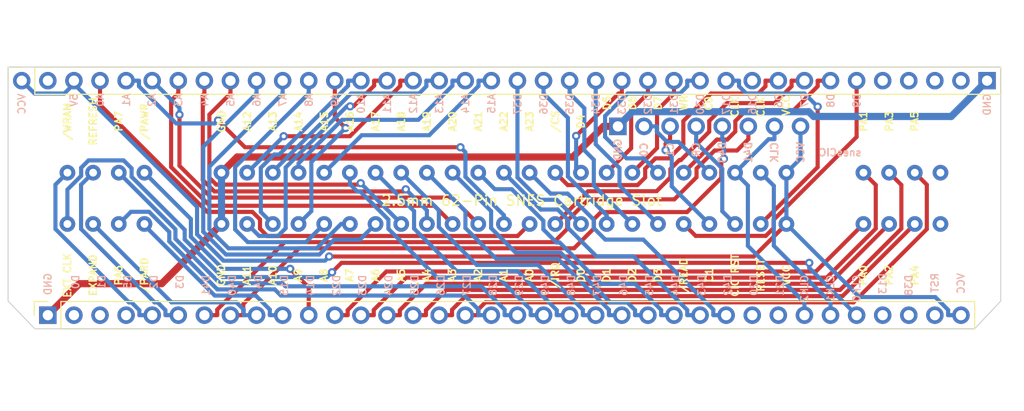
<source format=kicad_pcb>
(kicad_pcb (version 20211014) (generator pcbnew)
  (title_block (title "OSCR SNES ADAPTER") (date "2022-08-01") (rev "V2"))
  (layers (0 "F.Cu" signal) (31 "B.Cu" signal) (34 "B.Paste" user) (35 "F.Paste" user) (36 "B.SilkS" user "B.Silkscreen") (37 "F.SilkS" user "F.Silkscreen") (38 "B.Mask" user) (39 "F.Mask" user) (44 "Edge.Cuts" user))
  (net 0 "")
  (net 1 "D30")
  (net 2 "D31")
  (net 3 "D28")
  (net 4 "D29")
  (net 5 "D26")
  (net 6 "D27")
  (net 7 "D24")
  (net 8 "D25")
  (net 9 "D22")
  (net 10 "D23")
  (net 14 "D17")
  (net 15 "D14")
  (net 16 "D15")
  (net 19 "D8")
  (net 20 "D9")
  (net 21 "D6")
  (net 22 "D7")
  (net 23 "D4")
  (net 25 "D2")
  (net 26 "D3")
  (net 30 "VCC")
  (net 31 "GND")
  (net 32 "D46")
  (net 33 "D47")
  (net 34 "D44")
  (net 35 "D45")
  (net 36 "D42")
  (net 37 "D43")
  (net 38 "D40")
  (net 39 "D41")
  (net 41 "D36")
  (net 42 "D37")
  (net 43 "D34")
  (net 44 "D32")
  (net 45 "D33")
  (net 46 "A14")
  (net 47 "A15")
  (net 48 "A12")
  (net 49 "A13")
  (net 50 "A10")
  (net 51 "A11")
  (net 52 "A8")
  (net 53 "A9")
  (net 54 "A6")
  (net 55 "A7")
  (net 56 "A4")
  (net 57 "A5")
  (net 58 "A2")
  (net 59 "A3")
  (net 60 "A0")
  (net 61 "A1")
  (net 62 "D35")
  (net 67 "D49")
  (net 68 "D48")
  (net 69 "CLK2")
  (net 70 "CLK1")
  (net 71 "CLK0")
  (net 72 "CIC DATA 0")
  (net 75 "CIC RESET")
  (net 76 "CIC DATA 1")
  (footprint "Connector_PinSocket_2.54mm:PinSocket_1x36_P2.54mm_Vertical" (layer "F.Cu") (at 105.1 104.255 90)
    (fp_text reference "J2")
    (fp_text value "CART SLOT BOTTOM ROW")
  )
  (footprint "Connector_PinSocket_2.54mm:PinSocket_1x38_P2.54mm_Vertical" (layer "F.Cu") (at 102.56 81.395 90)
    (fp_text reference "J1")
    (fp_text value "CART SLOT TOP ROW")
  )
  (footprint "!sanni:SNES Slot" (layer "F.Cu") (at 107.005 95.365 90)
    (fp_text reference "J3" hide)
    (fp_text value "SNES_Slot")
  )
  (footprint "Connector_PinHeader_2.54mm:PinHeader_1x08_P2.54mm_Vertical" (layer "B.Cu") (at 178.38 85.85 90)
    (fp_text reference "JCIC1")
    (fp_text value "Conn_01x08" hide)
  )
  (gr_line (start 101.23 80.07) (end 101.23 102.88) (layer "Edge.Cuts") (width 0.1))
  (gr_line (start 197.87 80.07) (end 101.23 80.07) (layer "Edge.Cuts") (width 0.1))
  (gr_line (start 195.33 105.58) (end 197.87 102.88) (layer "Edge.Cuts") (width 0.1))
  (gr_line (start 103.83 105.58) (end 195.33 105.58) (layer "Edge.Cuts") (width 0.1))
  (gr_line (start 197.87 102.88) (end 197.87 80.07) (layer "Edge.Cuts") (width 0.1))
  (gr_line (start 101.23 102.88) (end 103.83 105.58) (layer "Edge.Cuts") (width 0.1))
  (gr_text "D43" (at 168.76 100.25 90) (layer "B.SilkS") (effects (font (size 0.7 0.7) (thickness 0.125)) (justify left mirror)))
  (gr_text "D3" (at 117.96 100.25 90) (layer "B.SilkS") (effects (font (size 0.7 0.7) (thickness 0.125)) (justify left mirror)))
  (gr_text "D1" (at 110.34 100.25 90) (layer "B.SilkS") (effects (font (size 0.7 0.7) (thickness 0.125)) (justify left mirror)))
  (gr_text "D9" (at 183.86 82.58 90) (layer "B.SilkS") (effects (font (size 0.7 0.7) (thickness 0.125)) (justify left mirror)))
  (gr_text "C0" (at 163.14 88.136 90) (layer "B.SilkS") (effects (font (size 0.7 0.7)) (justify mirror)))
  (gr_text "A6" (at 125.44 82.58 90) (layer "B.SilkS") (effects (font (size 0.7 0.7) (thickness 0.125)) (justify left mirror)))
  (gr_text "VCC" (at 178.38 88.39 90) (layer "B.SilkS") (effects (font (size 0.7 0.7)) (justify mirror)))
  (gr_text "D48" (at 156.06 100.25 90) (layer "B.SilkS") (effects (font (size 0.7 0.7) (thickness 0.125)) (justify left mirror)))
  (gr_text "C1" (at 165.68 88.136 90) (layer "B.SilkS") (effects (font (size 0.7 0.7)) (justify mirror)))
  (gr_text "VCC" (at 194 100.08 90) (layer "B.SilkS") (effects (font (size 0.7 0.7) (thickness 0.125)) (justify left mirror)))
  (gr_text "A4" (at 120.36 82.58 90) (layer "B.SilkS") (effects (font (size 0.7 0.7) (thickness 0.125)) (justify left mirror)))
  (gr_text "A2" (at 115.23 82.58 90) (layer "B.SilkS") (effects (font (size 0.7 0.7) (thickness 0.125)) (justify left mirror)))
  (gr_text "D31" (at 166.08 82.58 90) (layer "B.SilkS") (effects (font (size 0.7 0.7) (thickness 0.125)) (justify left mirror)))
  (gr_text "D23" (at 135.74 100.25 90) (layer "B.SilkS") (effects (font (size 0.7 0.7) (thickness 0.125)) (justify left mirror)))
  (gr_text "D7" (at 178.78 82.58 90) (layer "B.SilkS") (effects (font (size 0.7 0.7) (thickness 0.125)) (justify left mirror)))
  (gr_text "D49" (at 153.52 100.25 90) (layer "B.SilkS") (effects (font (size 0.7 0.7) (thickness 0.125)) (justify left mirror)))
  (gr_text "D38" (at 188.92 100.25 90) (layer "B.SilkS") (effects (font (size 0.7 0.7) (thickness 0.125)) (justify left mirror)))
  (gr_text "A10" (at 135.6 82.58 90) (layer "B.SilkS") (effects (font (size 0.7 0.7) (thickness 0.125)) (justify left mirror)))
  (gr_text "D37" (at 150.84 82.58 90) (layer "B.SilkS") (effects (font (size 0.7 0.7) (thickness 0.125)) (justify left mirror)))
  (gr_text "D4" (at 125.58 100.25 90) (layer "B.SilkS") (effects (font (size 0.7 0.7) (thickness 0.125)) (justify left mirror)))
  (gr_text "D32" (at 163.54 82.58 90) (layer "B.SilkS") (effects (font (size 0.7 0.7) (thickness 0.125)) (justify left mirror)))
  (gr_text "D8" (at 181.32 82.58 90) (layer "B.SilkS") (effects (font (size 0.7 0.7) (thickness 0.125)) (justify left mirror)))
  (gr_text "D30" (at 168.62 82.58 90) (layer "B.SilkS") (effects (font (size 0.7 0.7) (thickness 0.125)) (justify left mirror)))
  (gr_text "D29" (at 150.98 100.25 90) (layer "B.SilkS") (effects (font (size 0.7 0.7) (thickness 0.125)) (justify left mirror)))
  (gr_text "RST" (at 191.46 100.08 90) (layer "B.SilkS") (effects (font (size 0.7 0.7) (thickness 0.125)) (justify left mirror)))
  (gr_text "A14" (at 145.76 82.58 90) (layer "B.SilkS") (effects (font (size 0.7 0.7) (thickness 0.125)) (justify left mirror)))
  (gr_text "D2" (at 115.42 100.25 90) (layer "B.SilkS") (effects (font (size 0.7 0.7) (thickness 0.125)) (justify left mirror)))
  (gr_text "D41" (at 173.3 88.39 90) (layer "B.SilkS") (effects (font (size 0.7 0.7)) (justify mirror)))
  (gr_text "CLK2" (at 178.76 100.25 90) (layer "B.SilkS") (effects (font (size 0.7 0.7) (thickness 0.125)) (justify left mirror)))
  (gr_text "D14" (at 130.66 100.25 90) (layer "B.SilkS") (effects (font (size 0.7 0.7) (thickness 0.125)) (justify left mirror)))
  (gr_text "D47" (at 158.6 100.25 90) (layer "B.SilkS") (effects (font (size 0.7 0.7) (thickness 0.125)) (justify left mirror)))
  (gr_text "D6" (at 176.24 82.58 90) (layer "B.SilkS") (effects (font (size 0.7 0.7) (thickness 0.125)) (justify left mirror)))
  (gr_text "A0" (at 110.2 82.58 90) (layer "B.SilkS") (effects (font (size 0.7 0.7) (thickness 0.125)) (justify left mirror)))
  (gr_text "D40" (at 123.04 100.25 90) (layer "B.SilkS") (effects (font (size 0.7 0.7) (thickness 0.125)) (justify left mirror)))
  (gr_text "A5" (at 122.9 82.58 90) (layer "B.SilkS") (effects (font (size 0.7 0.7) (thickness 0.125)) (justify left mirror)))
  (gr_text "CLK1" (at 181.3 100.25 90) (layer "B.SilkS") (effects (font (size 0.7 0.7) (thickness 0.125)) (justify left mirror)))
  (gr_text "A1" (at 112.74 82.58 90) (layer "B.SilkS") (effects (font (size 0.7 0.7) (thickness 0.125)) (justify left mirror)))
  (gr_text "D40" (at 170.76 88.39 90) (layer "B.SilkS") (effects (font (size 0.7 0.7)) (justify mirror)))
  (gr_text "D24" (at 138.28 100.25 90) (layer "B.SilkS") (effects (font (size 0.7 0.7) (thickness 0.125)) (justify left mirror)))
  (gr_text "D44" (at 166.22 100.25 90) (layer "B.SilkS") (effects (font (size 0.7 0.7) (thickness 0.125)) (justify left mirror)))
  (gr_text "D22" (at 133.2 100.25 90) (layer "B.SilkS") (effects (font (size 0.7 0.7) (thickness 0.125)) (justify left mirror)))
  (gr_text "A12" (at 140.68 82.58 90) (layer "B.SilkS") (effects (font (size 0.7 0.7) (thickness 0.125)) (justify left mirror)))
  (gr_text "D26" (at 143.36 100.25 90) (layer "B.SilkS") (effects (font (size 0.7 0.7) (thickness 0.125)) (justify left mirror)))
  (gr_text "D42" (at 171.3 100.25 90) (layer "B.SilkS") (effects (font (size 0.7 0.7) (thickness 0.125)) (justify left mirror)))
  (gr_text "CLK" (at 175.84 88.39 90) (layer "B.SilkS") (effects (font (size 0.7 0.7)) (justify mirror)))
  (gr_text "VCC" (at 102.56 82.58 90) (layer "B.SilkS") (effects (font (size 0.7 0.7) (thickness 0.125)) (justify left mirror)))
  (gr_text "snesCIC" (at 182.24 88.4) (layer "B.SilkS") (effects (font (size 0.7 0.7)) (justify mirror)))
  (gr_text "D5" (at 112.88 100.25 90) (layer "B.SilkS") (effects (font (size 0.7 0.7) (thickness 0.125)) (justify left mirror)))
  (gr_text "CR" (at 168.22 88.136 90) (layer "B.SilkS") (effects (font (size 0.7 0.7)) (justify mirror)))
  (gr_text "A3" (at 117.82 82.58 90) (layer "B.SilkS") (effects (font (size 0.7 0.7) (thickness 0.125)) (justify left mirror)))
  (gr_text "D36" (at 153.38 82.58 90) (layer "B.SilkS") (effects (font (size 0.7 0.7) (thickness 0.125)) (justify left mirror)))
  (gr_text "D33" (at 161 82.58 90) (layer "B.SilkS") (effects (font (size 0.7 0.7) (thickness 0.125)) (justify left mirror)))
  (gr_text "D34" (at 158.46 82.58 90) (layer "B.SilkS") (effects (font (size 0.7 0.7) (thickness 0.125)) (justify left mirror)))
  (gr_text "D15" (at 128.12 100.25 90) (layer "B.SilkS") (effects (font (size 0.7 0.7) (thickness 0.125)) (justify left mirror)))
  (gr_text "GND" (at 105.1 100.08 90) (layer "B.SilkS") (effects (font (size 0.7 0.7) (thickness 0.125)) (justify left mirror)))
  (gr_text "D28" (at 148.44 100.25 90) (layer "B.SilkS") (effects (font (size 0.7 0.7) (thickness 0.125)) (justify left mirror)))
  (gr_text "D21" (at 176.38 100.25 90) (layer "B.SilkS") (effects (font (size 0.7 0.7) (thickness 0.125)) (justify left mirror)))
  (gr_text "CLK0" (at 183.84 100.25 90) (layer "B.SilkS") (effects (font (size 0.7 0.7) (thickness 0.125)) (justify left mirror)))
  (gr_text "D17" (at 171.16 82.58 90) (layer "B.SilkS") (effects (font (size 0.7 0.7) (thickness 0.125)) (justify left mirror)))
  (gr_text "D41" (at 120.5 100.25 90) (layer "B.SilkS") (effects (font (size 0.7 0.7) (thickness 0.125)) (justify left mirror)))
  (gr_text "A9" (at 133.06 82.58 90) (layer "B.SilkS") (effects (font (size 0.7 0.7) (thickness 0.125)) (justify left mirror)))
  (gr_text "A7" (at 127.98 82.58 90) (layer "B.SilkS") (effects (font (size 0.7 0.7) (thickness 0.125)) (justify left mirror)))
  (gr_text "D27" (at 145.9 100.25 90) (layer "B.SilkS") (effects (font (size 0.7 0.7) (thickness 0.125)) (justify left mirror)))
  (gr_text "GND" (at 196.54 82.58 90) (layer "B.SilkS") (effects (font (size 0.7 0.7) (thickness 0.125)) (justify left mirror)))
  (gr_text "A8" (at 130.52 82.58 90) (layer "B.SilkS") (effects (font (size 0.7 0.7) (thickness 0.125)) (justify left mirror)))
  (gr_text "D46" (at 161.14 100.25 90) (layer "B.SilkS") (effects (font (size 0.7 0.7) (thickness 0.125)) (justify left mirror)))
  (gr_text "A11" (at 138.14 82.58 90) (layer "B.SilkS") (effects (font (size 0.7 0.7) (thickness 0.125)) (justify left mirror)))
  (gr_text "D20" (at 173.84 100.25 90) (layer "B.SilkS") (effects (font (size 0.7 0.7) (thickness 0.125)) (justify left mirror)))
  (gr_text "A13" (at 143.22 82.58 90) (layer "B.SilkS") (effects (font (size 0.7 0.7) (thickness 0.125)) (justify left mirror)))
  (gr_text "D16" (at 173.7 82.58 90) (layer "B.SilkS") (effects (font (size 0.7 0.7) (thickness 0.125)) (justify left mirror)))
  (gr_text "D13" (at 186.38 100.08 90) (layer "B.SilkS") (effects (font (size 0.7 0.7) (thickness 0.125)) (justify left mirror)))
  (gr_text "A15" (at 148.3 82.58 90) (layer "B.SilkS") (effects (font (size 0.7 0.7) (thickness 0.125)) (justify left mirror)))
  (gr_text "D25" (at 140.82 100.25 90) (layer "B.SilkS") (effects (font (size 0.7 0.7) (thickness 0.125)) (justify left mirror)))
  (gr_text "D45" (at 163.68 100.25 90) (layer "B.SilkS") (effects (font (size 0.7 0.7) (thickness 0.125)) (justify left mirror)))
  (gr_text "5V" (at 107.64 82.58 90) (layer "B.SilkS") (effects (font (size 0.7 0.7) (thickness 0.125)) (justify left mirror)))
  (gr_text "D0" (at 107.8 100.25 90) (layer "B.SilkS") (effects (font (size 0.7 0.7) (thickness 0.125)) (justify left mirror)))
  (gr_text "GND" (at 160.6 88.136 90) (layer "B.SilkS") (effects (font (size 0.7 0.7)) (justify mirror)))
  (gr_text "D35" (at 155.92 82.58 90) (layer "B.SilkS") (effects (font (size 0.7 0.7) (thickness 0.125)) (justify left mirror)))
  (gr_text "A22" (at 149.505 85.365 90) (layer "F.SilkS") (effects (font (size 0.7 0.7))))
  (gr_text "A18" (at 139.505 85.365 90) (layer "F.SilkS") (effects (font (size 0.7 0.7))))
  (gr_text "A1" (at 149.489457 100.364999 90) (layer "F.SilkS") (effects (font (size 0.7 0.7))))
  (gr_text "/WRAM" (at 107.005 85.365 90) (layer "F.SilkS") (effects (font (size 0.7 0.7))))
  (gr_text "PA1" (at 184.505 85.365 90) (layer "F.SilkS") (effects (font (size 0.7 0.7))))
  (gr_text "D4" (at 157.005 85.365 90) (layer "F.SilkS") (effects (font (size 0.7 0.7))))
  (gr_text "PA5" (at 189.489457 85.357444 90) (layer "F.SilkS") (effects (font (size 0.7 0.7))))
  (gr_text "A10" (at 126.997444 100.364999 90) (layer "F.SilkS") (effects (font (size 0.7 0.7))))
  (gr_text "VCC" (at 177.005 100.365 90) (layer "F.SilkS") (effects (font (size 0.7 0.7))))
  (gr_text "PA6" (at 111.990104 100.364999 90) (layer "F.SilkS") (effects (font (size 0.7 0.7))))
  (gr_text "CIC RST" (at 172.005 100.365 90) (layer "F.SilkS") (effects (font (size 0.7 0.7))))
  (gr_text "PA2" (at 187.005 100.365 90) (layer "F.SilkS") (effects (font (size 0.7 0.7))))
  (gr_text "A7" (at 134.482117 100.364999 90) (layer "F.SilkS") (effects (font (size 0.7 0.7))))
  (gr_text "CLK" (at 174.51 83.94 90) (layer "F.SilkS") (effects (font (size 0.7 0.7))))
  (gr_text "/PAWR" (at 114.505 85.365 90) (layer "F.SilkS") (effects (font (size 0.7 0.7))))
  (gr_text "A12" (at 124.505 85.365 90) (layer "F.SilkS") (effects (font (size 0.7 0.7))))
  (gr_text "PA4" (at 189.505 100.365 90) (layer "F.SilkS") (effects (font (size 0.7 0.7))))
  (gr_text "A0" (at 151.997013 100.364999 90) (layer "F.SilkS") (effects (font (size 0.7 0.7))))
  (gr_text "D3" (at 164.505 100.365 90) (layer "F.SilkS") (effects (font (size 0.7 0.7))))
  (gr_text "D7" (at 164.505 83.58 90) (layer "F.SilkS") (effects (font (size 0.7 0.7))))
  (gr_text "A13" (at 127.005 85.365 90) (layer "F.SilkS") (effects (font (size 0.7 0.7))))
  (gr_text "A20" (at 144.505 85.365 90) (layer "F.SilkS") (effects (font (size 0.7 0.7))))
  (gr_text "A3" (at 144.474346 100.364999 90) (layer "F.SilkS") (effects (font (size 0.7 0.7))))
  (gr_text "/PARD" (at 114.497659 100.364999 90) (layer "F.SilkS") (effects (font (size 0.7 0.7))))
  (gr_text "PA0" (at 184.505 100.365 90) (layer "F.SilkS") (effects (font (size 0.7 0.7))))
  (gr_text "/CS" (at 154.505 85.365 90) (layer "F.SilkS") (effects (font (size 0.7 0.7))))
  (gr_text "GND" (at 122.005 85.365 90) (layer "F.SilkS") (effects (font (size 0.7 0.7))))
  (gr_text "A5" (at 139.497228 100.364999 90) (layer "F.SilkS") (effects (font (size 0.7 0.7))))
  (gr_text "A17" (at 137.005 85.365 90) (layer "F.SilkS") (effects (font (size 0.7 0.7))))
  (gr_text "D5" (at 159.55 83.58 90) (layer "F.SilkS") (effects (font (size 0.7 0.7))))
  (gr_text "A16" (at 134.505 85.365 90) (layer "F.SilkS") (effects (font (size 0.7 0.7))))
  (gr_text "A19" (at 142.005 85.365 90) (layer "F.SilkS") (effects (font (size 0.7 0.7))))
  (gr_text "CLK" (at 171.99 83.94 90) (layer "F.SilkS") (effects (font (size 0.7 0.7))))
  (gr_text "RESET" (at 174.505 100.365 90) (layer "F.SilkS") (effects (font (size 0.7 0.7))))
  (gr_text "A4" (at 142.004784 100.364999 90) (layer "F.SilkS") (effects (font (size 0.7 0.7))))
  (gr_text "/IRQ" (at 154.505 100.365 90) (layer "F.SilkS") (effects (font (size 0.7 0.7))))
  (gr_text "EXT CLK" (at 107.005 100.365 90) (layer "F.SilkS") (effects (font (size 0.7 0.7))))
  (gr_text "REFRESH" (at 109.505 85.365 90) (layer "F.SilkS") (effects (font (size 0.7 0.7))))
  (gr_text "A14" (at 129.505 85.365 90) (layer "F.SilkS") (effects (font (size 0.7 0.7))))
  (gr_text "VCC" (at 176.98 83.82 90) (layer "F.SilkS") (effects (font (size 0.7 0.7))))
  (gr_text "A9" (at 129.467006 100.364999 90) (layer "F.SilkS") (effects (font (size 0.7 0.7))))
  (gr_text "D6" (at 162.005 83.58 90) (layer "F.SilkS") (effects (font (size 0.7 0.7))))
  (gr_text "GND" (at 121.982333 100.364999 90) (layer "F.SilkS") (effects (font (size 0.7 0.7))))
  (gr_text "WR" (at 167.005 83.58 90) (layer "F.SilkS") (effects (font (size 0.7 0.7))))
  (gr_text "A2" (at 147.005 100.365 90) (layer "F.SilkS") (effects (font (size 0.7 0.7))))
  (gr_text "A21" (at 147.005 85.365 90) (layer "F.SilkS") (effects (font (size 0.7 0.7))))
  (gr_text "A23" (at 152.005 85.365 90) (layer "F.SilkS") (effects (font (size 0.7 0.7))))
  (gr_text "D1" (at 159.505 100.365 90) (layer "F.SilkS") (effects (font (size 0.7 0.7))))
  (gr_text "2.5mm 62-Pin SNES Cartridge Slot" (at 151.23 93.08) (layer "F.SilkS") (effects (font (size 1 1))))
  (gr_text "A11" (at 124.489888 100.364999 90) (layer "F.SilkS") (effects (font (size 0.7 0.7))))
  (gr_text "/READ" (at 167.005 100.365 90) (layer "F.SilkS") (effects (font (size 0.7 0.7))))
  (gr_text "PA3" (at 187.019895 85.357444 90) (layer "F.SilkS") (effects (font (size 0.7 0.7))))
  (gr_text "A15" (at 132.005 85.365 90) (layer "F.SilkS") (effects (font (size 0.7 0.7))))
  (gr_text "C1" (at 169.505 100.365 90) (layer "F.SilkS") (effects (font (size 0.7 0.7))))
  (gr_text "A6" (at 136.989673 100.364999 90) (layer "F.SilkS") (effects (font (size 0.7 0.7))))
  (gr_text "PA7" (at 112.005 85.365 90) (layer "F.SilkS") (effects (font (size 0.7 0.7))))
  (gr_text "C0" (at 169.43 83.62 90) (layer "F.SilkS") (effects (font (size 0.7 0.7))))
  (gr_text "D0" (at 157.005 100.365 90) (layer "F.SilkS") (effects (font (size 0.7 0.7))))
  (gr_text "A8" (at 131.974562 100.364999 90) (layer "F.SilkS") (effects (font (size 0.7 0.7))))
  (gr_text "EXPAND" (at 109.505 100.365 90) (layer "F.SilkS") (effects (font (size 0.7 0.7))))
  (gr_text "D2" (at 162.005 100.365 90) (layer "F.SilkS") (effects (font (size 0.7 0.7))))
  (segment (start 161.5386 82.6453) (end 159.3496 84.8343) (width 0.4) (layer "B.Cu") (net 1))
  (segment (start 166.6465 82.6453) (end 161.5386 82.6453) (width 0.4) (layer "B.Cu") (net 1))
  (segment (start 167.3497 81.395) (end 167.3497 81.9421) (width 0.4) (layer "B.Cu") (net 1))
  (segment (start 163.1099 88.9699) (end 164.505 90.365) (width 0.4) (layer "B.Cu") (net 1))
  (segment (start 168.6 81.395) (end 167.3497 81.395) (width 0.4) (layer "B.Cu") (net 1))
  (segment (start 167.3497 81.9421) (end 166.6465 82.6453) (width 0.4) (layer "B.Cu") (net 1))
  (segment (start 159.3496 86.8716) (end 161.4479 88.9699) (width 0.4) (layer "B.Cu") (net 1))
  (segment (start 159.3496 84.8343) (end 159.3496 86.8716) (width 0.4) (layer "B.Cu") (net 1))
  (segment (start 161.4479 88.9699) (end 163.1099 88.9699) (width 0.4) (layer "B.Cu") (net 1))
  (segment (start 164.4103 84.295) (end 164.4103 87.9597) (width 0.4) (layer "F.Cu") (net 2))
  (segment (start 166.06 81.395) (end 166.06 82.6453) (width 0.4) (layer "F.Cu") (net 2))
  (segment (start 164.4103 87.9597) (end 162.005 90.365) (width 0.4) (layer "F.Cu") (net 2))
  (segment (start 166.06 82.6453) (end 164.4103 84.295) (width 0.4) (layer "F.Cu") (net 2))
  (segment (start 113.1945 94.1755) (end 114.9595 94.1755) (width 0.4) (layer "B.Cu") (net 3))
  (segment (start 116.9223 97.0651) (end 121.599 101.7418) (width 0.4) (layer "B.Cu") (net 3))
  (segment (start 145.6639 102.3421) (end 147.0297 103.7079) (width 0.4) (layer "B.Cu") (net 3))
  (segment (start 127.7914 102.3421) (end 145.6639 102.3421) (width 0.4) (layer "B.Cu") (net 3))
  (segment (start 121.599 101.7418) (end 127.1911 101.7418) (width 0.4) (layer "B.Cu") (net 3))
  (segment (start 112.005 95.365) (end 113.1945 94.1755) (width 0.4) (layer "B.Cu") (net 3))
  (segment (start 127.1911 101.7418) (end 127.7914 102.3421) (width 0.4) (layer "B.Cu") (net 3))
  (segment (start 116.9223 96.1383) (end 116.9223 97.0651) (width 0.4) (layer "B.Cu") (net 3))
  (segment (start 114.9595 94.1755) (end 116.9223 96.1383) (width 0.4) (layer "B.Cu") (net 3))
  (segment (start 147.0297 103.7079) (end 147.0297 104.255) (width 0.4) (layer "B.Cu") (net 3))
  (segment (start 148.28 104.255) (end 147.0297 104.255) (width 0.4) (layer "B.Cu") (net 3))
  (segment (start 127.9369 101.1415) (end 128.2371 101.4417) (width 0.4) (layer "B.Cu") (net 4))
  (segment (start 128.2371 101.4417) (end 147.3034 101.4417) (width 0.4) (layer "B.Cu") (net 4))
  (segment (start 149.5697 103.708) (end 149.5697 104.255) (width 0.4) (layer "B.Cu") (net 4))
  (segment (start 121.8476 101.1415) (end 127.9369 101.1415) (width 0.4) (layer "B.Cu") (net 4))
  (segment (start 147.3034 101.4417) (end 149.5697 103.708) (width 0.4) (layer "B.Cu") (net 4))
  (segment (start 117.5226 95.8826) (end 117.5226 96.8165) (width 0.4) (layer "B.Cu") (net 4))
  (segment (start 117.5226 96.8165) (end 121.8476 101.1415) (width 0.4) (layer "B.Cu") (net 4))
  (segment (start 150.82 104.255) (end 149.5697 104.255) (width 0.4) (layer "B.Cu") (net 4))
  (segment (start 112.005 90.365) (end 117.5226 95.8826) (width 0.4) (layer "B.Cu") (net 4))
  (segment (start 144.4503 103.7202) (end 144.4503 104.255) (width 0.4) (layer "F.Cu") (net 5))
  (segment (start 145.7755 102.395) (end 144.4503 103.7202) (width 0.4) (layer "F.Cu") (net 5))
  (segment (start 143.2 104.255) (end 144.4503 104.255) (width 0.4) (layer "F.Cu") (net 5))
  (segment (start 189.505 95.365) (end 182.475 102.395) (width 0.4) (layer "F.Cu") (net 5))
  (segment (start 182.475 102.395) (end 145.7755 102.395) (width 0.4) (layer "F.Cu") (net 5))
  (segment (start 190.6754 91.5354) (end 189.505 90.365) (width 0.4) (layer "F.Cu") (net 6))
  (segment (start 146.9903 103.7079) (end 147.6935 103.0047) (width 0.4) (layer "F.Cu") (net 6))
  (segment (start 145.74 104.255) (end 146.9903 104.255) (width 0.4) (layer "F.Cu") (net 6))
  (segment (start 147.6935 103.0047) (end 183.5369 103.0047) (width 0.4) (layer "F.Cu") (net 6))
  (segment (start 190.6754 95.8662) (end 190.6754 91.5354) (width 0.4) (layer "F.Cu") (net 6))
  (segment (start 183.5369 103.0047) (end 190.6754 95.8662) (width 0.4) (layer "F.Cu") (net 6))
  (segment (start 146.9903 104.255) (end 146.9903 103.7079) (width 0.4) (layer "F.Cu") (net 6))
  (segment (start 181.1757 101.1943) (end 187.005 95.365) (width 0.4) (layer "F.Cu") (net 7))
  (segment (start 139.3703 104.255) (end 139.3703 103.7674) (width 0.4) (layer "F.Cu") (net 7))
  (segment (start 141.9434 101.1943) (end 181.1757 101.1943) (width 0.4) (layer "F.Cu") (net 7))
  (segment (start 139.3703 103.7674) (end 141.9434 101.1943) (width 0.4) (layer "F.Cu") (net 7))
  (segment (start 138.12 104.255) (end 139.3703 104.255) (width 0.4) (layer "F.Cu") (net 7))
  (segment (start 188.1969 95.824) (end 188.1969 91.5569) (width 0.4) (layer "F.Cu") (net 8))
  (segment (start 143.8919 101.7947) (end 182.2262 101.7947) (width 0.4) (layer "F.Cu") (net 8))
  (segment (start 182.2262 101.7947) (end 188.1969 95.824) (width 0.4) (layer "F.Cu") (net 8))
  (segment (start 140.66 104.255) (end 141.9103 104.255) (width 0.4) (layer "F.Cu") (net 8))
  (segment (start 188.1969 91.5569) (end 187.005 90.365) (width 0.4) (layer "F.Cu") (net 8))
  (segment (start 141.9103 103.7763) (end 143.8919 101.7947) (width 0.4) (layer "F.Cu") (net 8))
  (segment (start 141.9103 104.255) (end 141.9103 103.7763) (width 0.4) (layer "F.Cu") (net 8))
  (segment (start 138.0562 99.9936) (end 179.8764 99.9936) (width 0.4) (layer "F.Cu") (net 9))
  (segment (start 134.2903 103.7595) (end 138.0562 99.9936) (width 0.4) (layer "F.Cu") (net 9))
  (segment (start 133.04 104.255) (end 134.2903 104.255) (width 0.4) (layer "F.Cu") (net 9))
  (segment (start 134.2903 104.255) (end 134.2903 103.7595) (width 0.4) (layer "F.Cu") (net 9))
  (segment (start 179.8764 99.9936) (end 184.505 95.365) (width 0.4) (layer "F.Cu") (net 9))
  (segment (start 136.8303 103.7369) (end 139.9732 100.594) (width 0.4) (layer "F.Cu") (net 10))
  (segment (start 185.7045 95.8164) (end 185.7045 91.5645) (width 0.4) (layer "F.Cu") (net 10))
  (segment (start 139.9732 100.594) (end 180.9269 100.594) (width 0.4) (layer "F.Cu") (net 10))
  (segment (start 135.58 104.255) (end 136.8303 104.255) (width 0.4) (layer "F.Cu") (net 10))
  (segment (start 136.8303 104.255) (end 136.8303 103.7369) (width 0.4) (layer "F.Cu") (net 10))
  (segment (start 180.9269 100.594) (end 185.7045 95.8164) (width 0.4) (layer "F.Cu") (net 10))
  (segment (start 185.7045 91.5645) (end 184.505 90.365) (width 0.4) (layer "F.Cu") (net 10))
  (segment (start 180.0473 89.8227) (end 174.505 95.365) (width 0.4) (layer "F.Cu") (net 14))
  (segment (start 180.0473 83.9337) (end 180.0473 89.8227) (width 0.4) (layer "F.Cu") (net 14))
  (via (at 180.0473 83.9337) (size 0.8) (drill 0.4) (layers "F.Cu" "B.Cu") (net 14))
  (segment (start 172.3903 81.395) (end 172.3903 81.9421) (width 0.4) (layer "B.Cu") (net 14))
  (segment (start 171.14 81.395) (end 172.3903 81.395) (width 0.4) (layer "B.Cu") (net 14))
  (segment (start 178.7589 82.6453) (end 180.0473 83.9337) (width 0.4) (layer "B.Cu") (net 14))
  (segment (start 173.0935 82.6453) (end 178.7589 82.6453) (width 0.4) (layer "B.Cu") (net 14))
  (segment (start 172.3903 81.9421) (end 173.0935 82.6453) (width 0.4) (layer "B.Cu") (net 14))
  (segment (start 130.5 103.0047) (end 130.5 101.549) (width 0.4) (layer "F.Cu") (net 15))
  (segment (start 130.5 101.549) (end 128.6919 99.7409) (width 0.4) (layer "F.Cu") (net 15))
  (segment (start 130.5 104.255) (end 130.5 103.0047) (width 0.4) (layer "F.Cu") (net 15))
  (via (at 128.6919 99.7409) (size 0.8) (drill 0.4) (layers "F.Cu" "B.Cu") (net 15))
  (segment (start 122.1448 99.7409) (end 128.6919 99.7409) (width 0.4) (layer "B.Cu") (net 15))
  (segment (start 119.0268 96.6229) (end 122.1448 99.7409) (width 0.4) (layer "B.Cu") (net 15))
  (segment (start 119.0268 94.8868) (end 119.0268 96.6229) (width 0.4) (layer "B.Cu") (net 15))
  (segment (start 114.505 90.365) (end 119.0268 94.8868) (width 0.4) (layer "B.Cu") (net 15))
  (segment (start 114.505 95.4967) (end 121.3504 102.3421) (width 0.4) (layer "B.Cu") (net 16))
  (segment (start 125.3438 102.3421) (end 126.7097 103.708) (width 0.4) (layer "B.Cu") (net 16))
  (segment (start 126.7097 103.708) (end 126.7097 104.255) (width 0.4) (layer "B.Cu") (net 16))
  (segment (start 114.505 95.365) (end 114.505 95.4967) (width 0.4) (layer "B.Cu") (net 16))
  (segment (start 127.96 104.255) (end 126.7097 104.255) (width 0.4) (layer "B.Cu") (net 16))
  (segment (start 121.3504 102.3421) (end 125.3438 102.3421) (width 0.4) (layer "B.Cu") (net 16))
  (segment (start 172.03 85.3382) (end 172.03 86.3491) (width 0.4) (layer "F.Cu") (net 19))
  (segment (start 180.0497 81.395) (end 180.0497 81.942) (width 0.4) (layer "F.Cu") (net 19))
  (segment (start 177.7145 84.2772) (end 173.091 84.2772) (width 0.4) (layer "F.Cu") (net 19))
  (segment (start 170.2317 87.1383) (end 167.005 90.365) (width 0.4) (layer "F.Cu") (net 19))
  (segment (start 173.091 84.2772) (end 172.03 85.3382) (width 0.4) (layer "F.Cu") (net 19))
  (segment (start 181.3 81.395) (end 180.0497 81.395) (width 0.4) (layer "F.Cu") (net 19))
  (segment (start 171.2408 87.1383) (end 170.2317 87.1383) (width 0.4) (layer "F.Cu") (net 19))
  (segment (start 172.03 86.3491) (end 171.2408 87.1383) (width 0.4) (layer "F.Cu") (net 19))
  (segment (start 180.0497 81.942) (end 177.7145 84.2772) (width 0.4) (layer "F.Cu") (net 19))
  (segment (start 183.84 86.8791) (end 175.755 94.9641) (width 0.4) (layer "F.Cu") (net 20))
  (segment (start 175.755 95.7659) (end 174.9935 96.5274) (width 0.4) (layer "F.Cu") (net 20))
  (segment (start 183.84 81.395) (end 183.84 86.8791) (width 0.4) (layer "F.Cu") (net 20))
  (segment (start 174.9935 96.5274) (end 168.1674 96.5274) (width 0.4) (layer "F.Cu") (net 20))
  (segment (start 168.1674 96.5274) (end 167.005 95.365) (width 0.4) (layer "F.Cu") (net 20))
  (segment (start 175.755 94.9641) (end 175.755 95.7659) (width 0.4) (layer "F.Cu") (net 20))
  (segment (start 169.6556 82.6453) (end 174.2665 82.6453) (width 0.4) (layer "F.Cu") (net 21))
  (segment (start 166.9696 85.3313) (end 169.6556 82.6453) (width 0.4) (layer "F.Cu") (net 21))
  (segment (start 162.5185 91.5705) (end 163.255 90.834) (width 0.4) (layer "F.Cu") (net 21))
  (segment (start 176.22 81.395) (end 174.9697 81.395) (width 0.4) (layer "F.Cu") (net 21))
  (segment (start 174.9697 81.9421) (end 174.9697 81.395) (width 0.4) (layer "F.Cu") (net 21))
  (segment (start 163.255 89.9641) (end 164.2493 88.9698) (width 0.4) (layer "F.Cu") (net 21))
  (segment (start 163.255 90.834) (end 163.255 89.9641) (width 0.4) (layer "F.Cu") (net 21))
  (segment (start 174.2665 82.6453) (end 174.9697 81.9421) (width 0.4) (layer "F.Cu") (net 21))
  (segment (start 154.505 90.365) (end 155.7105 91.5705) (width 0.4) (layer "F.Cu") (net 21))
  (segment (start 164.2493 88.9698) (end 165.5711 88.9698) (width 0.4) (layer "F.Cu") (net 21))
  (segment (start 166.9696 87.5713) (end 166.9696 85.3313) (width 0.4) (layer "F.Cu") (net 21))
  (segment (start 155.7105 91.5705) (end 162.5185 91.5705) (width 0.4) (layer "F.Cu") (net 21))
  (segment (start 165.5711 88.9698) (end 166.9696 87.5713) (width 0.4) (layer "F.Cu") (net 21))
  (segment (start 165.71 90.0091) (end 165.71 90.826) (width 0.4) (layer "F.Cu") (net 22))
  (segment (start 177.5097 81.395) (end 177.5097 81.942) (width 0.4) (layer "F.Cu") (net 22))
  (segment (start 166.7262 89.1338) (end 166.5853 89.1338) (width 0.4) (layer "F.Cu") (net 22))
  (segment (start 177.5097 81.942) (end 175.8671 83.5846) (width 0.4) (layer "F.Cu") (net 22))
  (segment (start 165.71 90.826) (end 164.3651 92.1709) (width 0.4) (layer "F.Cu") (net 22))
  (segment (start 166.5853 89.1338) (end 165.71 90.0091) (width 0.4) (layer "F.Cu") (net 22))
  (segment (start 178.76 81.395) (end 177.5097 81.395) (width 0.4) (layer "F.Cu") (net 22))
  (segment (start 157.6991 92.1709) (end 154.505 95.365) (width 0.4) (layer "F.Cu") (net 22))
  (segment (start 169.49 85.3267) (end 169.49 86.37) (width 0.4) (layer "F.Cu") (net 22))
  (segment (start 169.49 86.37) (end 166.7262 89.1338) (width 0.4) (layer "F.Cu") (net 22))
  (segment (start 175.8671 83.5846) (end 171.2321 83.5846) (width 0.4) (layer "F.Cu") (net 22))
  (segment (start 171.2321 83.5846) (end 169.49 85.3267) (width 0.4) (layer "F.Cu") (net 22))
  (segment (start 164.3651 92.1709) (end 157.6991 92.1709) (width 0.4) (layer "F.Cu") (net 22))
  (segment (start 123.4665 103.0047) (end 117.1447 103.0047) (width 0.4) (layer "B.Cu") (net 23))
  (segment (start 125.42 104.255) (end 124.1697 104.255) (width 0.4) (layer "B.Cu") (net 23))
  (segment (start 124.1697 103.7079) (end 123.4665 103.0047) (width 0.4) (layer "B.Cu") (net 23))
  (segment (start 117.1447 103.0047) (end 109.505 95.365) (width 0.4) (layer "B.Cu") (net 23))
  (segment (start 124.1697 104.255) (end 124.1697 103.7079) (width 0.4) (layer "B.Cu") (net 23))
  (segment (start 105.8397 95.8544) (end 105.8397 91.5303) (width 0.4) (layer "B.Cu") (net 25))
  (segment (start 113.245 103.0047) (end 112.99 103.0047) (width 0.4) (layer "B.Cu") (net 25))
  (segment (start 114.0097 104.255) (end 114.0097 103.7694) (width 0.4) (layer "B.Cu") (net 25))
  (segment (start 105.8397 91.5303) (end 107.005 90.365) (width 0.4) (layer "B.Cu") (net 25))
  (segment (start 115.26 104.255) (end 114.0097 104.255) (width 0.4) (layer "B.Cu") (net 25))
  (segment (start 112.99 103.0047) (end 105.8397 95.8544) (width 0.4) (layer "B.Cu") (net 25))
  (segment (start 114.0097 103.7694) (end 113.245 103.0047) (width 0.4) (layer "B.Cu") (net 25))
  (segment (start 116.5497 104.255) (end 116.5497 103.766) (width 0.4) (layer "B.Cu") (net 26))
  (segment (start 108.3336 91.5364) (end 109.505 90.365) (width 0.4) (layer "B.Cu") (net 26))
  (segment (start 116.5497 103.766) (end 115.7884 103.0047) (width 0.4) (layer "B.Cu") (net 26))
  (segment (start 115.4904 103.0047) (end 108.3336 95.8479) (width 0.4) (layer "B.Cu") (net 26))
  (segment (start 108.3336 95.8479) (end 108.3336 91.5364) (width 0.4) (layer "B.Cu") (net 26))
  (segment (start 115.7884 103.0047) (end 115.4904 103.0047) (width 0.4) (layer "B.Cu") (net 26))
  (segment (start 117.8 104.255) (end 116.5497 104.255) (width 0.4) (layer "B.Cu") (net 26))
  (segment (start 173.8339 98.5361) (end 132.4875 98.5361) (width 0.4) (layer "F.Cu") (net 30))
  (segment (start 177.005 95.365) (end 173.8339 98.5361) (width 0.4) (layer "F.Cu") (net 30))
  (via (at 132.4875 98.5361) (size 0.8) (drill 0.4) (layers "F.Cu" "B.Cu") (net 30))
  (segment (start 178.38 88.99) (end 177.005 90.365) (width 0.4) (layer "B.Cu") (net 30))
  (segment (start 192.7497 103.7369) (end 192.7497 104.255) (width 0.4) (layer "B.Cu") (net 30))
  (segment (start 184.1302 102.4902) (end 191.503 102.4902) (width 0.4) (layer "B.Cu") (net 30))
  (segment (start 107.64 81.7075) (end 119.6271 93.6946) (width 0.4) (layer "B.Cu") (net 30))
  (segment (start 178.38 85.85) (end 178.38 88.99) (width 0.4) (layer "B.Cu") (net 30))
  (segment (start 119.6271 93.6946) (end 119.6271 96.3743) (width 0.4) (layer "B.Cu") (net 30))
  (segment (start 107.64 81.7075) (end 106.7021 82.6454) (width 0.4) (layer "B.Cu") (net 30))
  (segment (start 177.005 95.365) (end 184.1302 102.4902) (width 0.4) (layer "B.Cu") (net 30))
  (segment (start 122.1933 98.9405) (end 132.0831 98.9405) (width 0.4) (layer "B.Cu") (net 30))
  (segment (start 103.8104 82.6454) (end 102.56 81.395) (width 0.4) (layer "B.Cu") (net 30))
  (segment (start 194 104.255) (end 192.7497 104.255) (width 0.4) (layer "B.Cu") (net 30))
  (segment (start 177.005 95.365) (end 177.005 90.365) (width 0.4) (layer "B.Cu") (net 30))
  (segment (start 106.7021 82.6454) (end 103.8104 82.6454) (width 0.4) (layer "B.Cu") (net 30))
  (segment (start 191.503 102.4902) (end 192.7497 103.7369) (width 0.4) (layer "B.Cu") (net 30))
  (segment (start 107.64 81.395) (end 107.64 81.7075) (width 0.4) (layer "B.Cu") (net 30))
  (segment (start 119.6271 96.3743) (end 122.1933 98.9405) (width 0.4) (layer "B.Cu") (net 30))
  (segment (start 132.0831 98.9405) (end 132.4875 98.5361) (width 0.4) (layer "B.Cu") (net 30))
  (segment (start 108.1712 101.1838) (end 105.1 104.255) (width 0.7) (layer "F.Cu") (net 31))
  (segment (start 122.005 95.365) (end 116.1862 101.1838) (width 0.7) (layer "F.Cu") (net 31))
  (segment (start 156.2124 88.8373) (end 159.1997 85.85) (width 0.7) (layer "F.Cu") (net 31))
  (segment (start 160.6 85.85) (end 159.1997 85.85) (width 0.7) (layer "F.Cu") (net 31))
  (segment (start 123.5327 88.8373) (end 156.2124 88.8373) (width 0.7) (layer "F.Cu") (net 31))
  (segment (start 116.1862 101.1838) (end 108.1712 101.1838) (width 0.7) (layer "F.Cu") (net 31))
  (segment (start 122.005 90.365) (end 123.5327 88.8373) (width 0.7) (layer "F.Cu") (net 31))
  (segment (start 179.1908 84.4211) (end 179.6537 84.884) (width 0.7) (layer "B.Cu") (net 31))
  (segment (start 193.051 84.884) (end 196.54 81.395) (width 0.7) (layer "B.Cu") (net 31))
  (segment (start 160.6 85.85) (end 162.0289 84.4211) (width 0.7) (layer "B.Cu") (net 31))
  (segment (start 162.0289 84.4211) (end 179.1908 84.4211) (width 0.7) (layer "B.Cu") (net 31))
  (segment (start 122.005 90.365) (end 122.005 95.365) (width 0.7) (layer "B.Cu") (net 31))
  (segment (start 179.6537 84.884) (end 193.051 84.884) (width 0.7) (layer "B.Cu") (net 31))
  (segment (start 159.7297 103.7209) (end 154.7691 98.7603) (width 0.4) (layer "B.Cu") (net 32))
  (segment (start 159.7297 104.255) (end 159.7297 103.7209) (width 0.4) (layer "B.Cu") (net 32))
  (segment (start 160.98 104.255) (end 159.7297 104.255) (width 0.4) (layer "B.Cu") (net 32))
  (segment (start 145.755 94.115) (end 142.005 90.365) (width 0.4) (layer "B.Cu") (net 32))
  (segment (start 148.7564 98.7603) (end 145.755 95.7589) (width 0.4) (layer "B.Cu") (net 32))
  (segment (start 145.755 95.7589) (end 145.755 94.115) (width 0.4) (layer "B.Cu") (net 32))
  (segment (start 154.7691 98.7603) (end 148.7564 98.7603) (width 0.4) (layer "B.Cu") (net 32))
  (segment (start 157.1897 103.7202) (end 152.8301 99.3606) (width 0.4) (layer "B.Cu") (net 33))
  (segment (start 158.44 104.255) (end 157.1897 104.255) (width 0.4) (layer "B.Cu") (net 33))
  (segment (start 143.1674 94.0274) (end 139.505 90.365) (width 0.4) (layer "B.Cu") (net 33))
  (segment (start 152.8301 99.3606) (end 146.8544 99.3606) (width 0.4) (layer "B.Cu") (net 33))
  (segment (start 157.1897 104.255) (end 157.1897 103.7202) (width 0.4) (layer "B.Cu") (net 33))
  (segment (start 143.1674 95.6736) (end 143.1674 94.0274) (width 0.4) (layer "B.Cu") (net 33))
  (segment (start 146.8544 99.3606) (end 143.1674 95.6736) (width 0.4) (layer "B.Cu") (net 33))
  (segment (start 148.6157 91.9757) (end 147.005 90.365) (width 0.4) (layer "B.Cu") (net 34))
  (segment (start 164.8097 103.7411) (end 162.2723 101.2037) (width 0.4) (layer "B.Cu") (net 34))
  (segment (start 153.3427 95.0517) (end 150.2667 91.9757) (width 0.4) (layer "B.Cu") (net 34))
  (segment (start 154.9294 97.1683) (end 154.6153 97.1683) (width 0.4) (layer "B.Cu") (net 34))
  (segment (start 150.2667 91.9757) (end 148.6157 91.9757) (width 0.4) (layer "B.Cu") (net 34))
  (segment (start 166.06 104.255) (end 164.8097 104.255) (width 0.4) (layer "B.Cu") (net 34))
  (segment (start 153.3427 95.8957) (end 153.3427 95.0517) (width 0.4) (layer "B.Cu") (net 34))
  (segment (start 162.2723 101.2037) (end 158.9648 101.2037) (width 0.4) (layer "B.Cu") (net 34))
  (segment (start 158.9648 101.2037) (end 154.9294 97.1683) (width 0.4) (layer "B.Cu") (net 34))
  (segment (start 164.8097 104.255) (end 164.8097 103.7411) (width 0.4) (layer "B.Cu") (net 34))
  (segment (start 154.6153 97.1683) (end 153.3427 95.8957) (width 0.4) (layer "B.Cu") (net 34))
  (segment (start 162.2697 103.7617) (end 161.5127 103.0047) (width 0.4) (layer "B.Cu") (net 35))
  (segment (start 148.255 94.115) (end 144.505 90.365) (width 0.4) (layer "B.Cu") (net 35))
  (segment (start 163.52 104.255) (end 162.2697 104.255) (width 0.4) (layer "B.Cu") (net 35))
  (segment (start 162.2697 104.255) (end 162.2697 103.7617) (width 0.4) (layer "B.Cu") (net 35))
  (segment (start 161.5127 103.0047) (end 159.8625 103.0047) (width 0.4) (layer "B.Cu") (net 35))
  (segment (start 155.0178 98.16) (end 150.6491 98.16) (width 0.4) (layer "B.Cu") (net 35))
  (segment (start 159.8625 103.0047) (end 155.0178 98.16) (width 0.4) (layer "B.Cu") (net 35))
  (segment (start 150.6491 98.16) (end 148.255 95.7659) (width 0.4) (layer "B.Cu") (net 35))
  (segment (start 148.255 95.7659) (end 148.255 94.115) (width 0.4) (layer "B.Cu") (net 35))
  (segment (start 159.3672 96.8846) (end 158.255 95.7724) (width 0.4) (layer "B.Cu") (net 36))
  (segment (start 158.255 94.9536) (end 155.7032 92.4018) (width 0.4) (layer "B.Cu") (net 36))
  (segment (start 155.7032 92.4018) (end 154.0418 92.4018) (width 0.4) (layer "B.Cu") (net 36))
  (segment (start 169.8897 103.708) (end 163.0663 96.8846) (width 0.4) (layer "B.Cu") (net 36))
  (segment (start 163.0663 96.8846) (end 159.3672 96.8846) (width 0.4) (layer "B.Cu") (net 36))
  (segment (start 169.8897 104.255) (end 169.8897 103.708) (width 0.4) (layer "B.Cu") (net 36))
  (segment (start 158.255 95.7724) (end 158.255 94.9536) (width 0.4) (layer "B.Cu") (net 36))
  (segment (start 171.14 104.255) (end 169.8897 104.255) (width 0.4) (layer "B.Cu") (net 36))
  (segment (start 154.0418 92.4018) (end 152.005 90.365) (width 0.4) (layer "B.Cu") (net 36))
  (segment (start 155.755 94.9674) (end 154.7418 93.9542) (width 0.4) (layer "B.Cu") (net 37))
  (segment (start 154.7418 93.9542) (end 153.0941 93.9542) (width 0.4) (layer "B.Cu") (net 37))
  (segment (start 167.3497 104.255) (end 167.3497 103.7434) (width 0.4) (layer "B.Cu") (net 37))
  (segment (start 167.3497 103.7434) (end 162.1186 98.5123) (width 0.4) (layer "B.Cu") (net 37))
  (segment (start 158.5084 98.5123) (end 155.755 95.7589) (width 0.4) (layer "B.Cu") (net 37))
  (segment (start 162.1186 98.5123) (end 158.5084 98.5123) (width 0.4) (layer "B.Cu") (net 37))
  (segment (start 153.0941 93.9542) (end 153.0941 93.9541) (width 0.4) (layer "B.Cu") (net 37))
  (segment (start 168.6 104.255) (end 167.3497 104.255) (width 0.4) (layer "B.Cu") (net 37))
  (segment (start 155.755 95.7589) (end 155.755 94.9674) (width 0.4) (layer "B.Cu") (net 37))
  (segment (start 153.0941 93.9541) (end 149.505 90.365) (width 0.4) (layer "B.Cu") (net 37))
  (segment (start 167.3403 94.2026) (end 158.9594 94.2026) (width 0.4) (layer "F.Cu") (net 38))
  (segment (start 158.9594 94.2026) (end 158.255 94.907) (width 0.4) (layer "F.Cu") (net 38))
  (segment (start 156.3316 97.7358) (end 129.5628 97.7358) (width 0.4) (layer "F.Cu") (net 38))
  (segment (start 124.1303 103.1683) (end 124.1303 104.255) (width 0.4) (layer "F.Cu") (net 38))
  (segment (start 129.5628 97.7358) (end 124.1303 103.1683) (width 0.4) (layer "F.Cu") (net 38))
  (segment (start 122.88 104.255) (end 124.1303 104.255) (width 0.4) (layer "F.Cu") (net 38))
  (segment (start 158.255 94.907) (end 158.255 95.8124) (width 0.4) (layer "F.Cu") (net 38))
  (segment (start 170.6674 89.255) (end 170.6674 90.8755) (width 0.4) (layer "F.Cu") (net 38))
  (segment (start 158.255 95.8124) (end 156.3316 97.7358) (width 0.4) (layer "F.Cu") (net 38))
  (segment (start 170.6674 90.8755) (end 167.3403 94.2026) (width 0.4) (layer "F.Cu") (net 38))
  (segment (start 170.9206 89.0018) (end 170.6674 89.255) (width 0.4) (layer "F.Cu") (net 38))
  (via (at 170.9206 89.0018) (size 0.8) (drill 0.4) (layers "F.Cu" "B.Cu") (net 38))
  (segment (start 170.9206 87.2609) (end 170.76 87.1003) (width 0.4) (layer "B.Cu") (net 38))
  (segment (start 170.9206 89.0018) (end 170.9206 87.2609) (width 0.4) (layer "B.Cu") (net 38))
  (segment (start 170.76 85.85) (end 170.76 87.1003) (width 0.4) (layer "B.Cu") (net 38))
  (segment (start 168.255 90.8031) (end 166.092 92.9661) (width 0.4) (layer "F.Cu") (net 39))
  (segment (start 168.255 89.9641) (end 168.255 90.8031) (width 0.4) (layer "F.Cu") (net 39))
  (segment (start 173.3 87.1003) (end 172.1988 88.2015) (width 0.4) (layer "F.Cu") (net 39))
  (segment (start 155.6674 95.0517) (end 155.6674 95.8466) (width 0.4) (layer "F.Cu") (net 39))
  (segment (start 128.1628 97.1355) (end 121.5903 103.708) (width 0.4) (layer "F.Cu") (net 39))
  (segment (start 121.5903 103.708) (end 121.5903 104.255) (width 0.4) (layer "F.Cu") (net 39))
  (segment (start 166.092 92.9661) (end 157.753 92.9661) (width 0.4) (layer "F.Cu") (net 39))
  (segment (start 120.34 104.255) (end 121.5903 104.255) (width 0.4) (layer "F.Cu") (net 39))
  (segment (start 154.3785 97.1355) (end 128.1628 97.1355) (width 0.4) (layer "F.Cu") (net 39))
  (segment (start 155.6674 95.8466) (end 154.3785 97.1355) (width 0.4) (layer "F.Cu") (net 39))
  (segment (start 172.1988 88.2015) (end 170.0176 88.2015) (width 0.4) (layer "F.Cu") (net 39))
  (segment (start 170.0176 88.2015) (end 168.255 89.9641) (width 0.4) (layer "F.Cu") (net 39))
  (segment (start 157.753 92.9661) (end 155.6674 95.0517) (width 0.4) (layer "F.Cu") (net 39))
  (segment (start 173.3 85.85) (end 173.3 87.1003) (width 0.4) (layer "F.Cu") (net 39))
  (segment (start 153.36 82.6453) (end 155.7332 85.0185) (width 0.4) (layer "B.Cu") (net 41))
  (segment (start 155.7332 85.0185) (end 155.7332 90.7423) (width 0.4) (layer "B.Cu") (net 41))
  (segment (start 155.7332 90.7423) (end 159.505 94.5141) (width 0.4) (layer "B.Cu") (net 41))
  (segment (start 153.36 81.395) (end 153.36 82.6453) (width 0.4) (layer "B.Cu") (net 41))
  (segment (start 159.505 94.5141) (end 159.505 95.365) (width 0.4) (layer "B.Cu") (net 41))
  (segment (start 157.005 95.365) (end 154.6421 93.0021) (width 0.4) (layer "B.Cu") (net 42))
  (segment (start 154.6421 93.0021) (end 152.9912 93.0021) (width 0.4) (layer "B.Cu") (net 42))
  (segment (start 152.9912 93.0021) (end 150.82 90.8309) (width 0.4) (layer "B.Cu") (net 42))
  (segment (start 150.82 90.8309) (end 150.82 81.395) (width 0.4) (layer "B.Cu") (net 42))
  (segment (start 158.44 87.594) (end 160.755 89.909) (width 0.4) (layer "B.Cu") (net 43))
  (segment (start 160.755 89.909) (end 160.755 91.615) (width 0.4) (layer "B.Cu") (net 43))
  (segment (start 158.44 81.395) (end 158.44 82.6453) (width 0.4) (layer "B.Cu") (net 43))
  (segment (start 158.44 82.6453) (end 158.44 87.594) (width 0.4) (layer "B.Cu") (net 43))
  (segment (start 160.755 91.615) (end 164.505 95.365) (width 0.4) (layer "B.Cu") (net 43))
  (segment (start 163.52 81.395) (end 163.52 82.6453) (width 0.4) (layer "F.Cu") (net 44))
  (segment (start 161.8896 87.9804) (end 159.505 90.365) (width 0.4) (layer "F.Cu") (net 44))
  (segment (start 163.52 82.6453) (end 161.8896 84.2757) (width 0.4) (layer "F.Cu") (net 44))
  (segment (start 161.8896 84.2757) (end 161.8896 87.9804) (width 0.4) (layer "F.Cu") (net 44))
  (segment (start 160.6702 82.6453) (end 156.5335 86.782) (width 0.4) (layer "F.Cu") (net 45))
  (segment (start 160.98 82.6453) (end 160.6702 82.6453) (width 0.4) (layer "F.Cu") (net 45))
  (segment (start 160.98 81.395) (end 160.98 82.6453) (width 0.4) (layer "F.Cu") (net 45))
  (via (at 156.5335 86.782) (size 0.8) (drill 0.4) (layers "F.Cu" "B.Cu") (net 45))
  (segment (start 156.5335 89.8935) (end 157.005 90.365) (width 0.4) (layer "B.Cu") (net 45))
  (segment (start 156.5335 86.782) (end 156.5335 89.8935) (width 0.4) (layer "B.Cu") (net 45))
  (segment (start 133.7492 85.2097) (end 129.505 89.4539) (width 0.4) (layer "B.Cu") (net 46))
  (segment (start 145.74 81.395) (end 144.4897 81.395) (width 0.4) (layer "B.Cu") (net 46))
  (segment (start 129.505 89.4539) (end 129.505 90.365) (width 0.4) (layer "B.Cu") (net 46))
  (segment (start 144.4897 81.8922) (end 141.1722 85.2097) (width 0.4) (layer "B.Cu") (net 46))
  (segment (start 141.1722 85.2097) (end 133.7492 85.2097) (width 0.4) (layer "B.Cu") (net 46))
  (segment (start 144.4897 81.395) (end 144.4897 81.8922) (width 0.4) (layer "B.Cu") (net 46))
  (segment (start 135.6571 86.7129) (end 142.2299 86.7129) (width 0.4) (layer "B.Cu") (net 47))
  (segment (start 132.005 90.365) (end 135.6571 86.7129) (width 0.4) (layer "B.Cu") (net 47))
  (segment (start 147.0297 81.9131) (end 147.0297 81.395) (width 0.4) (layer "B.Cu") (net 47))
  (segment (start 148.28 81.395) (end 147.0297 81.395) (width 0.4) (layer "B.Cu") (net 47))
  (segment (start 142.2299 86.7129) (end 147.0297 81.9131) (width 0.4) (layer "B.Cu") (net 47))
  (segment (start 139.4097 81.9119) (end 134.5113 86.8103) (width 0.4) (layer "F.Cu") (net 48))
  (segment (start 134.5113 86.8103) (end 128.0597 86.8103) (width 0.4) (layer "F.Cu") (net 48))
  (segment (start 140.66 81.395) (end 139.4097 81.395) (width 0.4) (layer "F.Cu") (net 48))
  (segment (start 139.4097 81.395) (end 139.4097 81.9119) (width 0.4) (layer "F.Cu") (net 48))
  (via (at 128.0597 86.8103) (size 0.8) (drill 0.4) (layers "F.Cu" "B.Cu") (net 48))
  (segment (start 124.505 90.365) (end 128.0597 86.8103) (width 0.4) (layer "B.Cu") (net 48))
  (segment (start 143.2 81.395) (end 141.9497 81.395) (width 0.4) (layer "B.Cu") (net 49))
  (segment (start 141.9497 81.9421) (end 141.2465 82.6453) (width 0.4) (layer "B.Cu") (net 49))
  (segment (start 134.6158 82.6453) (end 127.005 90.2561) (width 0.4) (layer "B.Cu") (net 49))
  (segment (start 141.9497 81.395) (end 141.9497 81.9421) (width 0.4) (layer "B.Cu") (net 49))
  (segment (start 141.2465 82.6453) (end 134.6158 82.6453) (width 0.4) (layer "B.Cu") (net 49))
  (segment (start 127.005 90.2561) (end 127.005 90.365) (width 0.4) (layer "B.Cu") (net 49))
  (segment (start 127.6246 88.5953) (end 134.3297 81.8902) (width 0.4) (layer "B.Cu") (net 50))
  (segment (start 134.3297 81.8902) (end 134.3297 81.395) (width 0.4) (layer "B.Cu") (net 50))
  (segment (start 135.58 81.395) (end 134.3297 81.395) (width 0.4) (layer "B.Cu") (net 50))
  (segment (start 127.1264 88.5953) (end 127.6246 88.5953) (width 0.4) (layer "B.Cu") (net 50))
  (segment (start 125.8356 89.8861) (end 127.1264 88.5953) (width 0.4) (layer "B.Cu") (net 50))
  (segment (start 125.8356 94.1956) (end 125.8356 89.8861) (width 0.4) (layer "B.Cu") (net 50))
  (segment (start 127.005 95.365) (end 125.8356 94.1956) (width 0.4) (layer "B.Cu") (net 50))
  (segment (start 136.8697 81.395) (end 136.8697 81.8772) (width 0.4) (layer "F.Cu") (net 51))
  (segment (start 138.12 81.395) (end 136.8697 81.395) (width 0.4) (layer "F.Cu") (net 51))
  (segment (start 134.8489 83.898) (end 134.5283 83.898) (width 0.4) (layer "F.Cu") (net 51))
  (segment (start 136.8697 81.8772) (end 134.8489 83.898) (width 0.4) (layer "F.Cu") (net 51))
  (via (at 134.5283 83.898) (size 0.8) (drill 0.4) (layers "F.Cu" "B.Cu") (net 51))
  (segment (start 128.2551 95.7787) (end 127.5042 96.5296) (width 0.4) (layer "B.Cu") (net 51))
  (segment (start 128.2551 89.8549) (end 128.2551 95.7787) (width 0.4) (layer "B.Cu") (net 51))
  (segment (start 134.212 83.898) (end 128.2551 89.8549) (width 0.4) (layer "B.Cu") (net 51))
  (segment (start 127.5042 96.5296) (end 125.6696 96.5296) (width 0.4) (layer "B.Cu") (net 51))
  (segment (start 134.5283 83.898) (end 134.212 83.898) (width 0.4) (layer "B.Cu") (net 51))
  (segment (start 125.6696 96.5296) (end 124.505 95.365) (width 0.4) (layer "B.Cu") (net 51))
  (segment (start 132.005 95.365) (end 130.2329 97.1371) (width 0.4) (layer "B.Cu") (net 52))
  (segment (start 130.2329 97.1371) (end 124.5668 97.1371) (width 0.4) (layer "B.Cu") (net 52))
  (segment (start 123.333 89.8123) (end 130.5 82.6453) (width 0.4) (layer "B.Cu") (net 52))
  (segment (start 130.5 81.395) (end 130.5 82.6453) (width 0.4) (layer "B.Cu") (net 52))
  (segment (start 124.5668 97.1371) (end 123.333 95.9033) (width 0.4) (layer "B.Cu") (net 52))
  (segment (start 123.333 95.9033) (end 123.333 89.8123) (width 0.4) (layer "B.Cu") (net 52))
  (segment (start 133.04 84.9694) (end 134.0806 86.01) (width 0.4) (layer "F.Cu") (net 53))
  (segment (start 133.04 81.395) (end 133.04 84.9694) (width 0.4) (layer "F.Cu") (net 53))
  (via (at 134.0806 86.01) (size 0.8) (drill 0.4) (layers "F.Cu" "B.Cu") (net 53))
  (segment (start 130.755 94.115) (end 129.505 95.365) (width 0.4) (layer "B.Cu") (net 53))
  (segment (start 134.0806 86.01) (end 130.755 89.3356) (width 0.4) (layer "B.Cu") (net 53))
  (segment (start 130.755 89.3356) (end 130.755 94.115) (width 0.4) (layer "B.Cu") (net 53))
  (segment (start 125.42 81.395) (end 125.42 82.6453) (width 0.4) (layer "B.Cu") (net 54))
  (segment (start 125.42 82.6453) (end 120.2274 87.8379) (width 0.4) (layer "B.Cu") (net 54))
  (segment (start 132.9763 96.8937) (end 135.4763 96.8937) (width 0.4) (layer "B.Cu") (net 54))
  (segment (start 122.4419 98.3402) (end 131.5298 98.3402) (width 0.4) (layer "B.Cu") (net 54))
  (segment (start 135.4763 96.8937) (end 137.005 95.365) (width 0.4) (layer "B.Cu") (net 54))
  (segment (start 120.2274 87.8379) (end 120.2274 96.1257) (width 0.4) (layer "B.Cu") (net 54))
  (segment (start 131.5298 98.3402) (end 132.9763 96.8937) (width 0.4) (layer "B.Cu") (net 54))
  (segment (start 120.2274 96.1257) (end 122.4419 98.3402) (width 0.4) (layer "B.Cu") (net 54))
  (segment (start 131.274 97.7398) (end 133.6488 95.365) (width 0.4) (layer "B.Cu") (net 55))
  (segment (start 127.96 81.395) (end 127.96 82.6453) (width 0.4) (layer "B.Cu") (net 55))
  (segment (start 127.96 82.6453) (end 120.8278 89.7775) (width 0.4) (layer "B.Cu") (net 55))
  (segment (start 133.6488 95.365) (end 134.505 95.365) (width 0.4) (layer "B.Cu") (net 55))
  (segment (start 122.6906 97.7398) (end 131.274 97.7398) (width 0.4) (layer "B.Cu") (net 55))
  (segment (start 120.8278 95.877) (end 122.6906 97.7398) (width 0.4) (layer "B.Cu") (net 55))
  (segment (start 120.8278 89.7775) (end 120.8278 95.877) (width 0.4) (layer "B.Cu") (net 55))
  (segment (start 120.1847 82.8006) (end 120.34 82.6453) (width 0.4) (layer "F.Cu") (net 56))
  (segment (start 120.34 81.395) (end 120.34 82.6453) (width 0.4) (layer "F.Cu") (net 56))
  (segment (start 139.7459 92.1898) (end 121.3061 92.1898) (width 0.4) (layer "F.Cu") (net 56))
  (segment (start 139.9482 91.9875) (end 139.7459 92.1898) (width 0.4) (layer "F.Cu") (net 56))
  (segment (start 121.3061 92.1898) (end 120.1847 91.0684) (width 0.4) (layer "F.Cu") (net 56))
  (segment (start 120.1847 91.0684) (end 120.1847 82.8006) (width 0.4) (layer "F.Cu") (net 56))
  (via (at 139.9482 91.9875) (size 0.8) (drill 0.4) (layers "F.Cu" "B.Cu") (net 56))
  (segment (start 142.005 94.0443) (end 139.9482 91.9875) (width 0.4) (layer "B.Cu") (net 56))
  (segment (start 142.005 95.365) (end 142.005 94.0443) (width 0.4) (layer "B.Cu") (net 56))
  (segment (start 120.8263 84.699) (end 120.8263 90.8609) (width 0.4) (layer "F.Cu") (net 57))
  (segment (start 135.4197 91.5273) (end 135.5575 91.3895) (width 0.4) (layer "F.Cu") (net 57))
  (segment (start 120.8263 90.8609) (end 121.4927 91.5273) (width 0.4) (layer "F.Cu") (net 57))
  (segment (start 122.88 82.6453) (end 120.8263 84.699) (width 0.4) (layer "F.Cu") (net 57))
  (segment (start 121.4927 91.5273) (end 135.4197 91.5273) (width 0.4) (layer "F.Cu") (net 57))
  (segment (start 122.88 81.395) (end 122.88 82.6453) (width 0.4) (layer "F.Cu") (net 57))
  (via (at 135.5575 91.3895) (size 0.8) (drill 0.4) (layers "F.Cu" "B.Cu") (net 57))
  (segment (start 139.505 95.337) (end 139.505 95.365) (width 0.4) (layer "B.Cu") (net 57))
  (segment (start 135.5575 91.3895) (end 139.505 95.337) (width 0.4) (layer "B.Cu") (net 57))
  (segment (start 144.432 92.792) (end 121.0115 92.792) (width 0.4) (layer "F.Cu") (net 58))
  (segment (start 121.0115 92.792) (end 117.9148 89.6953) (width 0.4) (layer "F.Cu") (net 58))
  (segment (start 117.9148 89.6953) (end 117.9148 84.709) (width 0.4) (layer "F.Cu") (net 58))
  (segment (start 147.005 95.365) (end 144.432 92.792) (width 0.4) (layer "F.Cu") (net 58))
  (via (at 117.9148 84.709) (size 0.8) (drill 0.4) (layers "F.Cu" "B.Cu") (net 58))
  (segment (start 117.9148 84.0498) (end 117.9148 84.709) (width 0.4) (layer "B.Cu") (net 58))
  (segment (start 115.26 81.395) (end 117.9148 84.0498) (width 0.4) (layer "B.Cu") (net 58))
  (segment (start 117.1016 89.8163) (end 120.8704 93.5851) (width 0.4) (layer "F.Cu") (net 59))
  (segment (start 117.8 81.395) (end 117.8 82.6453) (width 0.4) (layer "F.Cu") (net 59))
  (segment (start 117.8 82.6453) (end 117.1016 83.3437) (width 0.4) (layer "F.Cu") (net 59))
  (segment (start 120.8704 93.5851) (end 142.7251 93.5851) (width 0.4) (layer "F.Cu") (net 59))
  (segment (start 117.1016 83.3437) (end 117.1016 89.8163) (width 0.4) (layer "F.Cu") (net 59))
  (segment (start 142.7251 93.5851) (end 144.505 95.365) (width 0.4) (layer "F.Cu") (net 59))
  (segment (start 150.8348 96.5352) (end 126.4655 96.5352) (width 0.4) (layer "F.Cu") (net 60))
  (segment (start 125.755 94.9212) (end 125.0222 94.1884) (width 0.4) (layer "F.Cu") (net 60))
  (segment (start 110.18 83.7438) (end 110.18 82.6453) (width 0.4) (layer "F.Cu") (net 60))
  (segment (start 152.005 95.365) (end 150.8348 96.5352) (width 0.4) (layer "F.Cu") (net 60))
  (segment (start 120.6246 94.1884) (end 110.18 83.7438) (width 0.4) (layer "F.Cu") (net 60))
  (segment (start 125.755 95.8247) (end 125.755 94.9212) (width 0.4) (layer "F.Cu") (net 60))
  (segment (start 126.4655 96.5352) (end 125.755 95.8247) (width 0.4) (layer "F.Cu") (net 60))
  (segment (start 125.0222 94.1884) (end 120.6246 94.1884) (width 0.4) (layer "F.Cu") (net 60))
  (segment (start 110.18 81.395) (end 110.18 82.6453) (width 0.4) (layer "F.Cu") (net 60))
  (segment (start 124.2892 87.887) (end 121.6665 85.2643) (width 0.4) (layer "F.Cu") (net 61))
  (segment (start 145.2723 87.887) (end 124.2892 87.887) (width 0.4) (layer "F.Cu") (net 61))
  (via (at 145.2723 87.887) (size 0.8) (drill 0.4) (layers "F.Cu" "B.Cu") (net 61))
  (via (at 121.6665 85.2643) (size 0.8) (drill 0.4) (layers "F.Cu" "B.Cu") (net 61))
  (segment (start 112.72 81.395) (end 113.9703 81.395) (width 0.4) (layer "B.Cu") (net 61))
  (segment (start 113.9703 81.942) (end 117.594 85.5657) (width 0.4) (layer "B.Cu") (net 61))
  (segment (start 113.9703 81.395) (end 113.9703 81.942) (width 0.4) (layer "B.Cu") (net 61))
  (segment (start 121.3651 85.5657) (end 121.6665 85.2643) (width 0.4) (layer "B.Cu") (net 61))
  (segment (start 145.2723 87.887) (end 145.755 88.3697) (width 0.4) (layer "B.Cu") (net 61))
  (segment (start 145.755 88.3697) (end 145.755 90.7658) (width 0.4) (layer "B.Cu") (net 61))
  (segment (start 145.755 90.7658) (end 149.505 94.5158) (width 0.4) (layer "B.Cu") (net 61))
  (segment (start 149.505 94.5158) (end 149.505 95.365) (width 0.4) (layer "B.Cu") (net 61))
  (segment (start 117.594 85.5657) (end 121.3651 85.5657) (width 0.4) (layer "B.Cu") (net 61))
  (segment (start 158.255 91.615) (end 158.255 89.1068) (width 0.4) (layer "B.Cu") (net 62))
  (segment (start 157.3338 84.0791) (end 155.9 82.6453) (width 0.4) (layer "B.Cu") (net 62))
  (segment (start 157.3338 88.1856) (end 157.3338 84.0791) (width 0.4) (layer "B.Cu") (net 62))
  (segment (start 162.005 95.365) (end 158.255 91.615) (width 0.4) (layer "B.Cu") (net 62))
  (segment (start 155.9 81.395) (end 155.9 82.6453) (width 0.4) (layer "B.Cu") (net 62))
  (segment (start 158.255 89.1068) (end 157.3338 88.1856) (width 0.4) (layer "B.Cu") (net 62))
  (segment (start 138.255 94.9361) (end 135.5087 92.1898) (width 0.4) (layer "B.Cu") (net 67))
  (segment (start 135.2166 92.1898) (end 134.505 91.4782) (width 0.4) (layer "B.Cu") (net 67))
  (segment (start 152.1097 104.255) (end 152.1097 103.708) (width 0.4) (layer "B.Cu") (net 67))
  (segment (start 143.0011 100.5865) (end 138.255 95.8404) (width 0.4) (layer "B.Cu") (net 67))
  (segment (start 152.1097 103.708) (end 148.9882 100.5865) (width 0.4) (layer "B.Cu") (net 67))
  (segment (start 134.505 91.4782) (end 134.505 90.365) (width 0.4) (layer "B.Cu") (net 67))
  (segment (start 153.36 104.255) (end 152.1097 104.255) (width 0.4) (layer "B.Cu") (net 67))
  (segment (start 138.255 95.8404) (end 138.255 94.9361) (width 0.4) (layer "B.Cu") (net 67))
  (segment (start 135.5087 92.1898) (end 135.2166 92.1898) (width 0.4) (layer "B.Cu") (net 67))
  (segment (start 148.9882 100.5865) (end 143.0011 100.5865) (width 0.4) (layer "B.Cu") (net 67))
  (segment (start 154.6497 104.255) (end 154.6497 103.7682) (width 0.4) (layer "B.Cu") (net 68))
  (segment (start 155.9 104.255) (end 154.6497 104.255) (width 0.4) (layer "B.Cu") (net 68))
  (segment (start 154.6497 103.7682) (end 150.8424 99.9609) (width 0.4) (layer "B.Cu") (net 68))
  (segment (start 140.755 95.8128) (end 140.755 94.115) (width 0.4) (layer "B.Cu") (net 68))
  (segment (start 140.755 94.115) (end 137.005 90.365) (width 0.4) (layer "B.Cu") (net 68))
  (segment (start 150.8424 99.9609) (end 144.9031 99.9609) (width 0.4) (layer "B.Cu") (net 68))
  (segment (start 144.9031 99.9609) (end 140.755 95.8128) (width 0.4) (layer "B.Cu") (net 68))
  (segment (start 175.2697 87.1003) (end 175.84 87.1003) (width 0.4) (layer "B.Cu") (net 69))
  (segment (start 178.76 104.255) (end 178.76 103.0047) (width 0.4) (layer "B.Cu") (net 69))
  (segment (start 175.84 85.85) (end 175.84 87.1003) (width 0.4) (layer "B.Cu") (net 69))
  (segment (start 173.255 97.4997) (end 173.255 91.615) (width 0.4) (layer "B.Cu") (net 69))
  (segment (start 178.76 103.0047) (end 173.255 97.4997) (width 0.4) (layer "B.Cu") (net 69))
  (segment (start 173.255 91.615) (end 172.005 90.365) (width 0.4) (layer "B.Cu") (net 69))
  (segment (start 172.005 90.365) (end 175.2697 87.1003) (width 0.4) (layer "B.Cu") (net 69))
  (segment (start 175.7825 91.6425) (end 175.7825 97.4872) (width 0.4) (layer "B.Cu") (net 70))
  (segment (start 181.3 104.255) (end 181.3 103.0047) (width 0.4) (layer "B.Cu") (net 70))
  (segment (start 174.505 90.365) (end 175.7825 91.6425) (width 0.4) (layer "B.Cu") (net 70))
  (segment (start 175.7825 97.4872) (end 181.3 103.0047) (width 0.4) (layer "B.Cu") (net 70))
  (segment (start 132.7704 100.0717) (end 133.6863 99.1558) (width 0.4) (layer "F.Cu") (net 71))
  (segment (start 133.6863 99.1558) (end 179.2264 99.1558) (width 0.4) (layer "F.Cu") (net 71))
  (via (at 179.2264 99.1558) (size 0.8) (drill 0.4) (layers "F.Cu" "B.Cu") (net 71))
  (via (at 132.7704 100.0717) (size 0.8) (drill 0.4) (layers "F.Cu" "B.Cu") (net 71))
  (segment (start 132.3009 100.5412) (end 122.0962 100.5412) (width 0.4) (layer "B.Cu") (net 71))
  (segment (start 179.2264 99.6414) (end 179.2264 99.1558) (width 0.4) (layer "B.Cu") (net 71))
  (segment (start 122.0962 100.5412) (end 118.4231 96.8681) (width 0.4) (layer "B.Cu") (net 71))
  (segment (start 108.3426 89.8835) (end 108.3426 90.6714) (width 0.4) (layer "B.Cu") (net 71))
  (segment (start 183.84 104.255) (end 179.2264 99.6414) (width 0.4) (layer "B.Cu") (net 71))
  (segment (start 112.4817 89.1672) (end 109.0589 89.1672) (width 0.4) (layer "B.Cu") (net 71))
  (segment (start 107.005 92.009) (end 107.005 95.365) (width 0.4) (layer "B.Cu") (net 71))
  (segment (start 108.3426 90.6714) (end 107.005 92.009) (width 0.4) (layer "B.Cu") (net 71))
  (segment (start 118.4231 96.8681) (end 118.4231 95.934) (width 0.4) (layer "B.Cu") (net 71))
  (segment (start 132.7704 100.0717) (end 132.3009 100.5412) (width 0.4) (layer "B.Cu") (net 71))
  (segment (start 113.255 89.9405) (end 112.4817 89.1672) (width 0.4) (layer "B.Cu") (net 71))
  (segment (start 113.255 90.7659) (end 113.255 89.9405) (width 0.4) (layer "B.Cu") (net 71))
  (segment (start 118.4231 95.934) (end 113.255 90.7659) (width 0.4) (layer "B.Cu") (net 71))
  (segment (start 109.0589 89.1672) (end 108.3426 89.8835) (width 0.4) (layer "B.Cu") (net 71))
  (segment (start 163.14 85.85) (end 164.3903 85.85) (width 0.4) (layer "B.Cu") (net 72))
  (segment (start 166.5092 87.3692) (end 165.3914 87.3692) (width 0.4) (layer "B.Cu") (net 72))
  (segment (start 165.3914 87.3692) (end 164.3903 86.3681) (width 0.4) (layer "B.Cu") (net 72))
  (segment (start 164.3903 86.3681) (end 164.3903 85.85) (width 0.4) (layer "B.Cu") (net 72))
  (segment (start 169.505 90.365) (end 166.5092 87.3692) (width 0.4) (layer "B.Cu") (net 72))
  (segment (start 170.76 89.9729) (end 170.76 94.12) (width 0.4) (layer "B.Cu") (net 75))
  (segment (start 168.22 87.1003) (end 168.22 87.4329) (width 0.4) (layer "B.Cu") (net 75))
  (segment (start 168.22 85.85) (end 168.22 87.1003) (width 0.4) (layer "B.Cu") (net 75))
  (segment (start 170.76 94.12) (end 172.005 95.365) (width 0.4) (layer "B.Cu") (net 75))
  (segment (start 168.22 87.4329) (end 170.76 89.9729) (width 0.4) (layer "B.Cu") (net 75))
  (segment (start 165.2396 88.1695) (end 165.2396 87.5407) (width 0.4) (layer "F.Cu") (net 76))
  (segment (start 165.2396 87.5407) (end 165.68 87.1003) (width 0.4) (layer "F.Cu") (net 76))
  (segment (start 165.68 85.85) (end 165.68 87.1003) (width 0.4) (layer "F.Cu") (net 76))
  (via (at 165.2396 88.1695) (size 0.8) (drill 0.4) (layers "F.Cu" "B.Cu") (net 76))
  (segment (start 165.8426 88.7725) (end 165.2396 88.1695) (width 0.4) (layer "B.Cu") (net 76))
  (segment (start 165.8426 91.7026) (end 165.8426 88.7725) (width 0.4) (layer "B.Cu") (net 76))
  (segment (start 169.505 95.365) (end 165.8426 91.7026) (width 0.4) (layer "B.Cu") (net 76))
)
</source>
